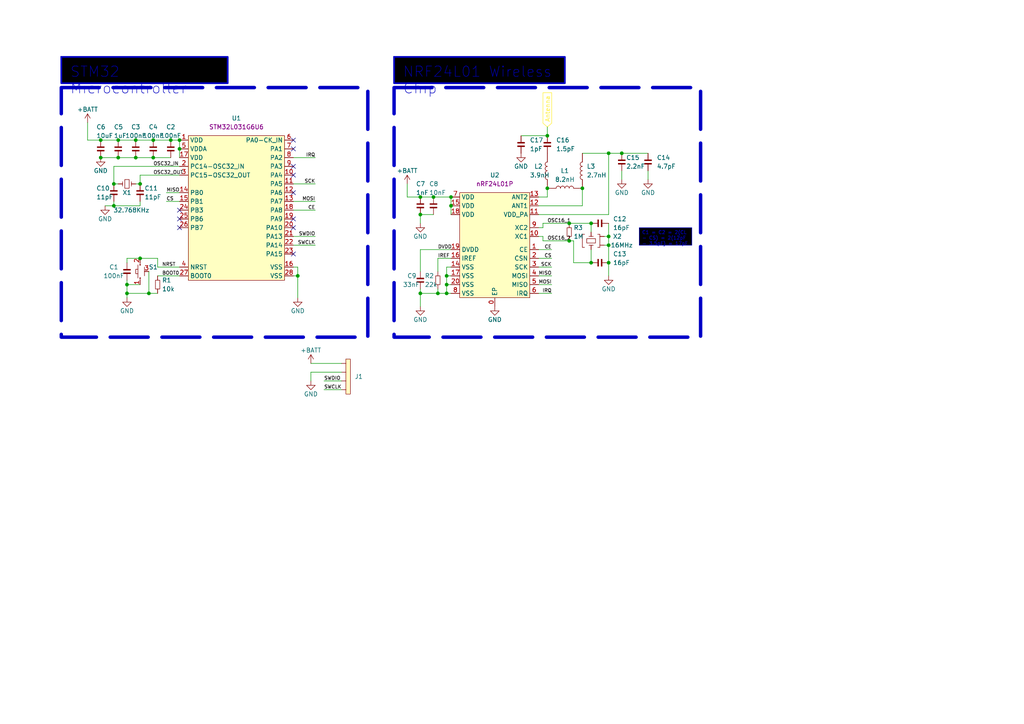
<source format=kicad_sch>
(kicad_sch (version 20230121) (generator eeschema)
  (paper "A4")
  (lib_symbols
    (symbol "Kylian:[Crystal]_16MHz" (pin_numbers hide) (pin_names hide)
      (property "Reference" "X" (at 0 7.62 0))
      (property "Value" "16MHz" (at 0 5.08 0))
      (symbol "[Crystal]_16MHz_0_1"
        (polyline (pts (xy 1.27 0) (xy 1.27 0.635) (xy 1.27 -0.635)))
        (polyline (pts (xy -1.905 1.905) (xy -1.905 2.54) (xy 1.905 2.54) (xy 1.905 1.905)))
        (polyline (pts (xy -1.27 0) (xy -1.27 -0.635) (xy -1.27 0.635) (xy -1.27 0)))
        (polyline (pts (xy -1.905 -1.905) (xy -1.905 -2.54) (xy 1.27 -2.54) (xy 1.905 -2.54) (xy 1.905 -1.905)))
        (polyline (pts (xy -0.635 0) (xy -0.635 1.27) (xy 0.635 1.27) (xy 0.635 -1.27) (xy -0.635 -1.27) (xy -0.635 0)))
      )
      (symbol "[Crystal]_16MHz_1_1"
        (pin passive line (at -2.54 0 0) (length 1.27) (name "1") (number "1"))
        (pin passive line (at -1.27 -3.81 90) (length 1.27) (name "2") (number "2"))
        (pin input line (at 2.54 0 180) (length 1.27) (name "3") (number "3"))
        (pin passive line (at 1.27 -3.81 90) (length 1.27) (name "GND") (number "4"))
      )
    )
    (symbol "Kylian:[Crystal]_32.768KHz" (pin_numbers hide) (pin_names (offset 0) hide)
      (property "Reference" "X" (at 1.905 3.175 0))
      (symbol "[Crystal]_32.768KHz_0_1"
        (polyline (pts (xy 1.27 0) (xy 1.27 0.635) (xy 1.27 -0.635)))
        (polyline (pts (xy -1.27 0) (xy -1.27 -0.635) (xy -1.27 0.635) (xy -1.27 0)))
        (polyline (pts (xy -0.635 0) (xy -0.635 1.27) (xy 0.635 1.27) (xy 0.635 -1.27) (xy -0.635 -1.27) (xy -0.635 0)))
      )
      (symbol "[Crystal]_32.768KHz_1_1"
        (pin passive line (at -2.54 0 0) (length 1.27) (name "1") (number "1"))
        (pin passive line (at 2.54 0 180) (length 1.27) (name "2") (number "2"))
      )
    )
    (symbol "Kylian:[Header]_4-Pos_1.27mm" (pin_numbers hide) (pin_names (offset 0) hide)
      (property "Reference" "J" (at -1.27 8.89 0))
      (symbol "[Header]_4-Pos_1.27mm_1_1"
        (rectangle (start -1.27 5.08) (end 0 -5.08) (fill (type background)))
        (pin passive line (at 1.27 3.81 180) (length 1.27) (name "1") (number "1"))
        (pin passive line (at 1.27 1.27 180) (length 1.27) (name "2") (number "2"))
        (pin passive line (at 1.27 -1.27 180) (length 1.27) (name "3") (number "3"))
        (pin passive line (at 1.27 -3.81 180) (length 1.27) (name "4") (number "4"))
      )
    )
    (symbol "Kylian:[MCU]_STM32L031G6U6"
      (property "Reference" "U" (at -12.7 5.08 0))
      (property "Part Number" "STM32L031G6U6" (at 0 13.97 0))
      (symbol "[MCU]_STM32L031G6U6_1_0"
        (pin input line (at 16.51 -7.62 180) (length 2.54) (name "PA4") (number "10"))
        (pin input line (at 16.51 -10.16 180) (length 2.54) (name "PA5") (number "11"))
        (pin input line (at 16.51 -12.7 180) (length 2.54) (name "PA6") (number "12"))
        (pin input line (at 16.51 -15.24 180) (length 2.54) (name "PA7") (number "13"))
        (pin input line (at -16.51 -12.7 0) (length 2.54) (name "PB0") (number "14"))
        (pin input line (at -16.51 -15.24 0) (length 2.54) (name "PB1") (number "15"))
        (pin input line (at 16.51 -34.29 180) (length 2.54) (name "VSS") (number "16"))
        (pin input line (at -16.51 -2.54 0) (length 2.54) (name "VDD") (number "17"))
        (pin input line (at 16.51 -17.78 180) (length 2.54) (name "PA8") (number "18"))
        (pin input line (at 16.51 -20.32 180) (length 2.54) (name "PA9") (number "19"))
        (pin input line (at -16.51 -5.08 0) (length 2.54) (name "PC14-OSC32_IN") (number "2"))
        (pin input line (at 16.51 -22.86 180) (length 2.54) (name "PA10") (number "20"))
        (pin input line (at 16.51 -25.4 180) (length 2.54) (name "PA13") (number "21"))
        (pin input line (at 16.51 -27.94 180) (length 2.54) (name "PA14") (number "22"))
        (pin input line (at 16.51 -30.48 180) (length 2.54) (name "PA15") (number "23"))
        (pin input line (at -16.51 -17.78 0) (length 2.54) (name "PB3") (number "24"))
        (pin input line (at -16.51 -20.32 0) (length 2.54) (name "PB6") (number "25"))
        (pin input line (at -16.51 -22.86 0) (length 2.54) (name "PB7") (number "26"))
        (pin input line (at -16.51 -36.83 0) (length 2.54) (name "BOOT0") (number "27"))
        (pin input line (at 16.51 -36.83 180) (length 2.54) (name "VSS") (number "28"))
        (pin input line (at -16.51 -7.62 0) (length 2.54) (name "PC15-OSC32_OUT") (number "3"))
        (pin input line (at -16.51 -34.29 0) (length 2.54) (name "NRST") (number "4"))
        (pin input line (at -16.51 0 0) (length 2.54) (name "VDDA") (number "5"))
        (pin input line (at 16.51 2.54 180) (length 2.54) (name "PA0-CK_IN") (number "6"))
        (pin input line (at 16.51 0 180) (length 2.54) (name "PA1") (number "7"))
        (pin input line (at 16.51 -2.54 180) (length 2.54) (name "PA2") (number "8"))
        (pin input line (at 16.51 -5.08 180) (length 2.54) (name "PA3") (number "9"))
      )
      (symbol "[MCU]_STM32L031G6U6_1_1"
        (rectangle (start -13.97 3.81) (end 13.97 -38.1) (fill (type background)))
        (pin input line (at -16.51 2.54 0) (length 2.54) (name "VDD") (number "1"))
      )
    )
    (symbol "Kylian:[SW] Tactile Switch Tiny" (pin_names (offset 0) hide)
      (property "Reference" "S" (at 0 3.81 0))
      (symbol "[SW] Tactile Switch Tiny_0_1"
        (polyline (pts (xy -1.905 1.27) (xy -2.54 1.27)))
        (polyline (pts (xy -1.27 0) (xy 1.27 0)))
        (polyline (pts (xy 2.54 1.27) (xy 1.905 1.27)))
      )
      (symbol "[SW] Tactile Switch Tiny_1_1"
        (circle (center -1.905 1.27) (radius 0.127))
        (polyline (pts (xy -1.905 1.905) (xy 1.905 1.905) (xy -0.635 1.905)))
        (polyline (pts (xy -0.635 1.905) (xy -0.635 2.54) (xy 0.635 2.54) (xy 0.635 1.905)))
        (circle (center 1.905 1.27) (radius 0.127))
        (pin passive line (at -3.81 1.27 0) (length 1.27) (name "1") (number "1"))
        (pin passive line (at 3.81 1.27 180) (length 1.27) (name "2") (number "2"))
        (pin input line (at 0 -1.27 90) (length 1.27) (name "GND") (number "3"))
      )
    )
    (symbol "Kylian:[Wireless]_nRF24L01P"
      (property "Reference" "U" (at -8.89 1.27 0))
      (property "Part Number" "nRF24L01P" (at -5.08 -33.02 0))
      (symbol "[Wireless]_nRF24L01P_0_0"
        (pin passive line (at 12.7 -16.51 180) (length 2.54) (name "CE") (number "1"))
        (pin passive line (at 12.7 -12.7 180) (length 2.54) (name "XC1") (number "10"))
        (pin passive line (at 12.7 -6.35 180) (length 2.54) (name "VDD_PA") (number "11"))
        (pin passive line (at 12.7 -3.81 180) (length 2.54) (name "ANT1") (number "12"))
        (pin passive line (at 12.7 -1.27 180) (length 2.54) (name "ANT2") (number "13"))
        (pin passive line (at -12.7 -21.59 0) (length 2.54) (name "VSS") (number "14"))
        (pin passive line (at -12.7 -3.81 0) (length 2.54) (name "VDD") (number "15"))
        (pin passive line (at -12.7 -19.05 0) (length 2.54) (name "IREF") (number "16"))
        (pin passive line (at -12.7 -24.13 0) (length 2.54) (name "VSS") (number "17"))
        (pin passive line (at -12.7 -6.35 0) (length 2.54) (name "VDD") (number "18"))
        (pin passive line (at -12.7 -16.51 0) (length 2.54) (name "DVDD") (number "19"))
        (pin passive line (at 12.7 -19.05 180) (length 2.54) (name "CSN") (number "2"))
        (pin passive line (at -12.7 -26.67 0) (length 2.54) (name "VSS") (number "20"))
        (pin passive line (at 12.7 -21.59 180) (length 2.54) (name "SCK") (number "3"))
        (pin passive line (at 12.7 -24.13 180) (length 2.54) (name "MOSI") (number "4"))
        (pin passive line (at 12.7 -26.67 180) (length 2.54) (name "MISO") (number "5"))
        (pin passive line (at 12.7 -29.21 180) (length 2.54) (name "IRQ") (number "6"))
        (pin passive line (at -12.7 -1.27 0) (length 2.54) (name "VDD") (number "7"))
        (pin passive line (at -12.7 -29.21 0) (length 2.54) (name "VSS") (number "8"))
        (pin passive line (at 12.7 -10.16 180) (length 2.54) (name "XC2") (number "9"))
      )
      (symbol "[Wireless]_nRF24L01P_1_1"
        (rectangle (start -10.16 0) (end 10.16 -30.48) (fill (type background)))
        (pin input line (at 0 -33.02 90) (length 2.54) (name "EP") (number "0"))
      )
    )
    (symbol "[0402] Kylian:[0402]_C_nF_1" (pin_numbers hide) (pin_names (offset 0) hide)
      (property "Reference" "C" (at -0.127 2.286 0))
      (property "Value" "1nF" (at -0.127 -2.54 0))
      (symbol "[0402]_C_nF_1_1_1"
        (polyline (pts (xy -0.635 0) (xy -0.635 1.016) (xy -0.381 1.016) (xy -0.381 -1.016) (xy -0.635 -1.016) (xy -0.635 0)) (fill (type outline)))
        (polyline (pts (xy 0.635 0) (xy 0.635 1.016) (xy 0.381 1.016) (xy 0.381 -1.016) (xy 0.635 -1.016) (xy 0.635 0)) (fill (type outline)))
        (pin passive line (at -2.54 0 0) (length 1.905) (name "1") (number "1"))
        (pin passive line (at 2.54 0 180) (length 1.905) (name "2") (number "2"))
      )
    )
    (symbol "[0402] Kylian:[0402]_C_nF_10" (pin_numbers hide) (pin_names (offset 0) hide)
      (property "Reference" "C" (at -0.127 2.286 0))
      (property "Value" "10nF" (at -0.127 -2.54 0))
      (symbol "[0402]_C_nF_10_1_1"
        (polyline (pts (xy -0.635 0) (xy -0.635 1.016) (xy -0.381 1.016) (xy -0.381 -1.016) (xy -0.635 -1.016) (xy -0.635 0)) (fill (type outline)))
        (polyline (pts (xy 0.635 0) (xy 0.635 1.016) (xy 0.381 1.016) (xy 0.381 -1.016) (xy 0.635 -1.016) (xy 0.635 0)) (fill (type outline)))
        (pin passive line (at -2.54 0 0) (length 1.905) (name "1") (number "1"))
        (pin passive line (at 2.54 0 180) (length 1.905) (name "2") (number "2"))
      )
    )
    (symbol "[0402] Kylian:[0402]_C_nF_100" (pin_numbers hide) (pin_names (offset 0) hide)
      (property "Reference" "C" (at -0.127 2.286 0))
      (property "Value" "100nF" (at -0.127 -2.54 0))
      (symbol "[0402]_C_nF_100_1_1"
        (polyline (pts (xy -0.635 0) (xy -0.635 1.016) (xy -0.381 1.016) (xy -0.381 -1.016) (xy -0.635 -1.016) (xy -0.635 0)) (fill (type outline)))
        (polyline (pts (xy 0.635 0) (xy 0.635 1.016) (xy 0.381 1.016) (xy 0.381 -1.016) (xy 0.635 -1.016) (xy 0.635 0)) (fill (type outline)))
        (pin passive line (at -2.54 0 0) (length 1.905) (name "1") (number "1"))
        (pin passive line (at 2.54 0 180) (length 1.905) (name "2") (number "2"))
      )
    )
    (symbol "[0402] Kylian:[0402]_C_nF_2.2" (pin_numbers hide) (pin_names (offset 0) hide)
      (property "Reference" "C" (at -0.127 2.286 0))
      (property "Value" "2.2nF" (at -0.127 -2.54 0))
      (symbol "[0402]_C_nF_2.2_1_1"
        (polyline (pts (xy -0.635 0) (xy -0.635 1.016) (xy -0.381 1.016) (xy -0.381 -1.016) (xy -0.635 -1.016) (xy -0.635 0)) (fill (type outline)))
        (polyline (pts (xy 0.635 0) (xy 0.635 1.016) (xy 0.381 1.016) (xy 0.381 -1.016) (xy 0.635 -1.016) (xy 0.635 0)) (fill (type outline)))
        (pin passive line (at -2.54 0 0) (length 1.905) (name "1") (number "1"))
        (pin passive line (at 2.54 0 180) (length 1.905) (name "2") (number "2"))
      )
    )
    (symbol "[0402] Kylian:[0402]_C_nF_33" (pin_numbers hide) (pin_names (offset 0) hide)
      (property "Reference" "C" (at -0.127 2.286 0))
      (property "Value" "33nF" (at -0.127 -2.54 0))
      (symbol "[0402]_C_nF_33_1_1"
        (polyline (pts (xy -0.635 0) (xy -0.635 1.016) (xy -0.381 1.016) (xy -0.381 -1.016) (xy -0.635 -1.016) (xy -0.635 0)) (fill (type outline)))
        (polyline (pts (xy 0.635 0) (xy 0.635 1.016) (xy 0.381 1.016) (xy 0.381 -1.016) (xy 0.635 -1.016) (xy 0.635 0)) (fill (type outline)))
        (pin passive line (at -2.54 0 0) (length 1.905) (name "1") (number "1"))
        (pin passive line (at 2.54 0 180) (length 1.905) (name "2") (number "2"))
      )
    )
    (symbol "[0402] Kylian:[0402]_C_pF_1" (pin_numbers hide) (pin_names (offset 0) hide)
      (property "Reference" "C" (at -0.127 2.286 0))
      (property "Value" "1pF" (at -0.127 -2.54 0))
      (symbol "[0402]_C_pF_1_1_1"
        (polyline (pts (xy -0.635 0) (xy -0.635 1.016) (xy -0.381 1.016) (xy -0.381 -1.016) (xy -0.635 -1.016) (xy -0.635 0)) (fill (type outline)))
        (polyline (pts (xy 0.635 0) (xy 0.635 1.016) (xy 0.381 1.016) (xy 0.381 -1.016) (xy 0.635 -1.016) (xy 0.635 0)) (fill (type outline)))
        (pin passive line (at -2.54 0 0) (length 1.905) (name "1") (number "1"))
        (pin passive line (at 2.54 0 180) (length 1.905) (name "2") (number "2"))
      )
    )
    (symbol "[0402] Kylian:[0402]_C_pF_1.5" (pin_numbers hide) (pin_names (offset 0) hide)
      (property "Reference" "C" (at -0.127 2.286 0))
      (property "Value" "1.5pF" (at -0.127 -2.54 0))
      (symbol "[0402]_C_pF_1.5_1_1"
        (polyline (pts (xy -0.635 0) (xy -0.635 1.016) (xy -0.381 1.016) (xy -0.381 -1.016) (xy -0.635 -1.016) (xy -0.635 0)) (fill (type outline)))
        (polyline (pts (xy 0.635 0) (xy 0.635 1.016) (xy 0.381 1.016) (xy 0.381 -1.016) (xy 0.635 -1.016) (xy 0.635 0)) (fill (type outline)))
        (pin passive line (at -2.54 0 0) (length 1.905) (name "1") (number "1"))
        (pin passive line (at 2.54 0 180) (length 1.905) (name "2") (number "2"))
      )
    )
    (symbol "[0402] Kylian:[0402]_C_pF_11" (pin_numbers hide) (pin_names (offset 0) hide)
      (property "Reference" "C" (at -0.127 2.286 0))
      (property "Value" "11pF" (at -0.127 -2.54 0))
      (symbol "[0402]_C_pF_11_1_1"
        (polyline (pts (xy -0.635 0) (xy -0.635 1.016) (xy -0.381 1.016) (xy -0.381 -1.016) (xy -0.635 -1.016) (xy -0.635 0)) (fill (type outline)))
        (polyline (pts (xy 0.635 0) (xy 0.635 1.016) (xy 0.381 1.016) (xy 0.381 -1.016) (xy 0.635 -1.016) (xy 0.635 0)) (fill (type outline)))
        (pin passive line (at -2.54 0 0) (length 1.905) (name "1") (number "1"))
        (pin passive line (at 2.54 0 180) (length 1.905) (name "2") (number "2"))
      )
    )
    (symbol "[0402] Kylian:[0402]_C_pF_16" (pin_numbers hide) (pin_names (offset 0) hide)
      (property "Reference" "C" (at -0.127 2.286 0))
      (property "Value" "16pF" (at -0.127 -2.54 0))
      (symbol "[0402]_C_pF_16_1_1"
        (polyline (pts (xy -0.635 0) (xy -0.635 1.016) (xy -0.381 1.016) (xy -0.381 -1.016) (xy -0.635 -1.016) (xy -0.635 0)) (fill (type outline)))
        (polyline (pts (xy 0.635 0) (xy 0.635 1.016) (xy 0.381 1.016) (xy 0.381 -1.016) (xy 0.635 -1.016) (xy 0.635 0)) (fill (type outline)))
        (pin passive line (at -2.54 0 0) (length 1.905) (name "1") (number "1"))
        (pin passive line (at 2.54 0 180) (length 1.905) (name "2") (number "2"))
      )
    )
    (symbol "[0402] Kylian:[0402]_C_pF_4.7" (pin_numbers hide) (pin_names (offset 0) hide)
      (property "Reference" "C" (at -0.127 2.286 0))
      (property "Value" "4.7pF" (at -0.127 -2.54 0))
      (symbol "[0402]_C_pF_4.7_1_1"
        (polyline (pts (xy -0.635 0) (xy -0.635 1.016) (xy -0.381 1.016) (xy -0.381 -1.016) (xy -0.635 -1.016) (xy -0.635 0)) (fill (type outline)))
        (polyline (pts (xy 0.635 0) (xy 0.635 1.016) (xy 0.381 1.016) (xy 0.381 -1.016) (xy 0.635 -1.016) (xy 0.635 0)) (fill (type outline)))
        (pin passive line (at -2.54 0 0) (length 1.905) (name "1") (number "1"))
        (pin passive line (at 2.54 0 180) (length 1.905) (name "2") (number "2"))
      )
    )
    (symbol "[0402] Kylian:[0402]_C_uF_1" (pin_numbers hide) (pin_names (offset 0) hide)
      (property "Reference" "C" (at -0.127 2.286 0))
      (property "Value" "1uF" (at -0.127 -2.54 0))
      (symbol "[0402]_C_uF_1_1_1"
        (polyline (pts (xy -0.635 0) (xy -0.635 1.016) (xy -0.381 1.016) (xy -0.381 -1.016) (xy -0.635 -1.016) (xy -0.635 0)) (fill (type outline)))
        (polyline (pts (xy 0.635 0) (xy 0.635 1.016) (xy 0.381 1.016) (xy 0.381 -1.016) (xy 0.635 -1.016) (xy 0.635 0)) (fill (type outline)))
        (pin passive line (at -2.54 0 0) (length 1.905) (name "1") (number "1"))
        (pin passive line (at 2.54 0 180) (length 1.905) (name "2") (number "2"))
      )
    )
    (symbol "[0402] Kylian:[0402]_L_nH_2.7" (pin_numbers hide) (pin_names hide)
      (property "Reference" "L" (at -1.905 1.905 0))
      (property "Value" "2.7nH" (at 1.27 1.905 0))
      (symbol "[0402]_L_nH_2.7_0_1"
        (arc (start -1.905 0.635) (mid -2.354 0.449) (end -2.54 0))
        (arc (start -1.27 0) (mid -1.456 0.449) (end -1.905 0.635))
        (arc (start -0.635 0.635) (mid -1.084 0.449) (end -1.27 0))
        (arc (start 0 0) (mid -0.186 0.449) (end -0.635 0.635))
        (arc (start 0.635 0.635) (mid 0.186 0.449) (end 0 0))
        (arc (start 1.27 0) (mid 1.084 0.449) (end 0.635 0.635))
        (arc (start 1.905 0.635) (mid 1.456 0.449) (end 1.27 0))
        (arc (start 2.54 0) (mid 2.354 0.449) (end 1.905 0.635))
      )
      (symbol "[0402]_L_nH_2.7_1_0"
        (pin passive line (at -5.08 0 0) (length 2.54) (name "1") (number "1"))
        (pin passive line (at 5.08 0 180) (length 2.54) (name "2") (number "2"))
      )
    )
    (symbol "[0402] Kylian:[0402]_L_nH_3.9" (pin_numbers hide) (pin_names hide)
      (property "Reference" "L" (at -1.905 1.905 0))
      (property "Value" "3.9nH" (at 1.27 1.905 0))
      (symbol "[0402]_L_nH_3.9_0_1"
        (arc (start -1.905 0.635) (mid -2.354 0.449) (end -2.54 0))
        (arc (start -1.27 0) (mid -1.456 0.449) (end -1.905 0.635))
        (arc (start -0.635 0.635) (mid -1.084 0.449) (end -1.27 0))
        (arc (start 0 0) (mid -0.186 0.449) (end -0.635 0.635))
        (arc (start 0.635 0.635) (mid 0.186 0.449) (end 0 0))
        (arc (start 1.27 0) (mid 1.084 0.449) (end 0.635 0.635))
        (arc (start 1.905 0.635) (mid 1.456 0.449) (end 1.27 0))
        (arc (start 2.54 0) (mid 2.354 0.449) (end 1.905 0.635))
      )
      (symbol "[0402]_L_nH_3.9_1_0"
        (pin passive line (at -5.08 0 0) (length 2.54) (name "1") (number "1"))
        (pin passive line (at 5.08 0 180) (length 2.54) (name "2") (number "2"))
      )
    )
    (symbol "[0402] Kylian:[0402]_L_nH_8.2" (pin_numbers hide) (pin_names hide)
      (property "Reference" "L" (at -1.905 1.905 0))
      (property "Value" "8.2nH" (at 1.27 1.905 0))
      (symbol "[0402]_L_nH_8.2_0_1"
        (arc (start -1.905 0.635) (mid -2.354 0.449) (end -2.54 0))
        (arc (start -1.27 0) (mid -1.456 0.449) (end -1.905 0.635))
        (arc (start -0.635 0.635) (mid -1.084 0.449) (end -1.27 0))
        (arc (start 0 0) (mid -0.186 0.449) (end -0.635 0.635))
        (arc (start 0.635 0.635) (mid 0.186 0.449) (end 0 0))
        (arc (start 1.27 0) (mid 1.084 0.449) (end 0.635 0.635))
        (arc (start 1.905 0.635) (mid 1.456 0.449) (end 1.27 0))
        (arc (start 2.54 0) (mid 2.354 0.449) (end 1.905 0.635))
      )
      (symbol "[0402]_L_nH_8.2_1_0"
        (pin passive line (at -5.08 0 0) (length 2.54) (name "1") (number "1"))
        (pin passive line (at 5.08 0 180) (length 2.54) (name "2") (number "2"))
      )
    )
    (symbol "[0402] Kylian:[0402]_R_10k" (pin_numbers hide) (pin_names (offset 0) hide)
      (property "Reference" "R" (at 0 -0.635 0))
      (property "Value" "10k" (at 0 -4.445 0))
      (symbol "[0402]_R_10k_0_1"
        (polyline (pts (xy -1.27 -2.54) (xy -1.27 -1.905) (xy 1.27 -1.905) (xy 1.27 -3.175) (xy -1.27 -3.175) (xy -1.27 -2.54)))
      )
      (symbol "[0402]_R_10k_1_1"
        (pin passive line (at -2.54 -2.54 0) (length 1.27) (name "1") (number "1"))
        (pin passive line (at 2.54 -2.54 180) (length 1.27) (name "2") (number "2"))
      )
    )
    (symbol "[0402] Kylian:[0402]_R_1M" (pin_numbers hide) (pin_names (offset 0) hide)
      (property "Reference" "R" (at 0 -0.635 0))
      (property "Value" "1M" (at 0 -4.445 0))
      (symbol "[0402]_R_1M_0_1"
        (polyline (pts (xy -1.27 -2.54) (xy -1.27 -1.905) (xy 1.27 -1.905) (xy 1.27 -3.175) (xy -1.27 -3.175) (xy -1.27 -2.54)))
      )
      (symbol "[0402]_R_1M_1_1"
        (pin passive line (at -2.54 -2.54 0) (length 1.27) (name "1") (number "1"))
        (pin passive line (at 2.54 -2.54 180) (length 1.27) (name "2") (number "2"))
      )
    )
    (symbol "[0402] Kylian:[0402]_R_22k" (pin_numbers hide) (pin_names (offset 0) hide)
      (property "Reference" "R" (at 0 -0.635 0))
      (property "Value" "22k" (at 0 -4.445 0))
      (symbol "[0402]_R_22k_0_1"
        (polyline (pts (xy -1.27 -2.54) (xy -1.27 -1.905) (xy 1.27 -1.905) (xy 1.27 -3.175) (xy -1.27 -3.175) (xy -1.27 -2.54)))
      )
      (symbol "[0402]_R_22k_1_1"
        (pin passive line (at -2.54 -2.54 0) (length 1.27) (name "1") (number "1"))
        (pin passive line (at 2.54 -2.54 180) (length 1.27) (name "2") (number "2"))
      )
    )
    (symbol "[0603] Kylian:[0603]_C_uF_10" (pin_numbers hide) (pin_names (offset 0) hide)
      (property "Reference" "C" (at -0.127 2.286 0))
      (property "Value" "10uF" (at -0.127 -2.54 0))
      (symbol "[0603]_C_uF_10_1_1"
        (polyline (pts (xy -0.635 0) (xy -0.635 1.016) (xy -0.381 1.016) (xy -0.381 -1.016) (xy -0.635 -1.016) (xy -0.635 0)) (fill (type outline)))
        (polyline (pts (xy 0.635 0) (xy 0.635 1.016) (xy 0.381 1.016) (xy 0.381 -1.016) (xy 0.635 -1.016) (xy 0.635 0)) (fill (type outline)))
        (pin passive line (at -2.54 0 0) (length 1.905) (name "1") (number "1"))
        (pin passive line (at 2.54 0 180) (length 1.905) (name "2") (number "2"))
      )
    )
    (symbol "power:+BATT" (power) (pin_names (offset 0))
      (property "Value" "+BATT" (at 0 3.556 0))
      (symbol "+BATT_0_1"
        (polyline (pts (xy -0.762 1.27) (xy 0 2.54)))
        (polyline (pts (xy 0 0) (xy 0 2.54)))
        (polyline (pts (xy 0 2.54) (xy 0.762 1.27)))
      )
      (symbol "+BATT_1_1"
        (pin power_in line (at 0 0 90) (length 0) hide (name "+BATT") (number "1"))
      )
    )
    (symbol "power:GND" (power) (pin_names (offset 0))
      (property "Value" "GND" (at 0 -3.81 0))
      (symbol "GND_0_1"
        (polyline (pts (xy 0 0) (xy 0 -1.27) (xy 1.27 -1.27) (xy 0 -2.54) (xy -1.27 -1.27) (xy 0 -1.27)))
      )
      (symbol "GND_1_1"
        (pin power_in line (at 0 0 270) (length 0) hide (name "GND") (number "1"))
      )
    )
  )
  (junction (at 36.83 82.55))
  (junction (at 40.64 74.93))
  (junction (at 129.54 80.01))
  (junction (at 130.81 59.69))
  (junction (at 33.02 59.69))
  (junction (at 44.45 45.72))
  (junction (at 158.75 54.61))
  (junction (at 34.29 45.72))
  (junction (at 121.92 57.15))
  (junction (at 121.92 62.23))
  (junction (at 36.83 85.09))
  (junction (at 176.53 76.2))
  (junction (at 165.1 64.77))
  (junction (at 129.54 82.55))
  (junction (at 34.29 40.64))
  (junction (at 52.07 40.64))
  (junction (at 180.34 44.45))
  (junction (at 33.02 53.34))
  (junction (at 158.75 39.37))
  (junction (at 176.53 44.45))
  (junction (at 168.91 54.61))
  (junction (at 130.81 57.15))
  (junction (at 29.21 40.64))
  (junction (at 39.37 45.72))
  (junction (at 171.45 76.2))
  (junction (at 86.36 80.01))
  (junction (at 29.21 45.72))
  (junction (at 125.73 57.15))
  (junction (at 39.37 40.64))
  (junction (at 165.1 69.85))
  (junction (at 176.53 71.12))
  (junction (at 44.45 40.64))
  (junction (at 52.07 43.18))
  (junction (at 127 85.09))
  (junction (at 40.64 53.34))
  (junction (at 43.18 85.09))
  (junction (at 129.54 85.09))
  (junction (at 49.53 40.64))
  (junction (at 171.45 64.77))
  (junction (at 121.92 85.09))
  (junction (at 176.53 68.58))
  (no_connect (at 52.07 66.04))
  (no_connect (at 85.09 40.64))
  (no_connect (at 52.07 60.96))
  (no_connect (at 85.09 66.04))
  (no_connect (at 52.07 63.5))
  (no_connect (at 85.09 73.66))
  (no_connect (at 85.09 48.26))
  (no_connect (at 85.09 43.18))
  (no_connect (at 85.09 50.8))
  (no_connect (at 85.09 63.5))
  (no_connect (at 85.09 55.88))
  (wire (pts (xy 129.54 82.55) (xy 129.54 80.01)))
  (wire (pts (xy 25.4 40.64) (xy 25.4 35.56)))
  (wire (pts (xy 121.92 72.39) (xy 130.81 72.39)))
  (wire (pts (xy 36.83 85.09) (xy 43.18 85.09)))
  (wire (pts (xy 29.21 45.72) (xy 34.29 45.72)))
  (wire (pts (xy 121.92 83.82) (xy 121.92 85.09)))
  (wire (pts (xy 157.48 68.58) (xy 156.21 68.58)))
  (wire (pts (xy 171.45 72.39) (xy 171.45 76.2)))
  (wire (pts (xy 176.53 62.23) (xy 156.21 62.23)))
  (wire (pts (xy 36.83 82.55) (xy 40.64 82.55)))
  (wire (pts (xy 36.83 81.28) (xy 36.83 82.55)))
  (wire (pts (xy 156.21 57.15) (xy 158.75 57.15)))
  (wire (pts (xy 43.18 85.09) (xy 45.72 85.09)))
  (wire (pts (xy 39.37 40.64) (xy 44.45 40.64)))
  (wire (pts (xy 158.75 36.83) (xy 158.75 39.37)))
  (wire (pts (xy 176.53 80.01) (xy 176.53 76.2)))
  (wire (pts (xy 86.36 86.36) (xy 86.36 80.01)))
  (wire (pts (xy 166.37 69.85) (xy 165.1 69.85)))
  (wire (pts (xy 166.37 76.2) (xy 166.37 69.85)))
  (wire (pts (xy 156.21 85.09) (xy 160.02 85.09)))
  (wire (pts (xy 156.21 82.55) (xy 160.02 82.55)))
  (wire (pts (xy 121.92 57.15) (xy 125.73 57.15)))
  (wire (pts (xy 29.21 40.64) (xy 25.4 40.64)))
  (wire (pts (xy 93.98 110.49) (xy 99.06 110.49)))
  (wire (pts (xy 129.54 77.47) (xy 130.81 77.47)))
  (wire (pts (xy 156.21 77.47) (xy 160.02 77.47)))
  (wire (pts (xy 129.54 85.09) (xy 129.54 82.55)))
  (wire (pts (xy 176.53 44.45) (xy 176.53 62.23)))
  (wire (pts (xy 129.54 80.01) (xy 130.81 80.01)))
  (wire (pts (xy 33.02 58.42) (xy 33.02 59.69)))
  (wire (pts (xy 90.17 107.95) (xy 90.17 110.49)))
  (wire (pts (xy 171.45 76.2) (xy 166.37 76.2)))
  (wire (pts (xy 36.83 82.55) (xy 36.83 85.09)))
  (wire (pts (xy 44.45 40.64) (xy 49.53 40.64)))
  (wire (pts (xy 156.21 66.04) (xy 157.48 66.04)))
  (wire (pts (xy 48.26 58.42) (xy 52.07 58.42)))
  (wire (pts (xy 176.53 71.12) (xy 176.53 76.2)))
  (wire (pts (xy 86.36 80.01) (xy 86.36 77.47)))
  (wire (pts (xy 157.48 64.77) (xy 165.1 64.77)))
  (wire (pts (xy 33.02 48.26) (xy 52.07 48.26)))
  (wire (pts (xy 90.17 105.41) (xy 99.06 105.41)))
  (wire (pts (xy 29.21 40.64) (xy 34.29 40.64)))
  (wire (pts (xy 39.37 45.72) (xy 44.45 45.72)))
  (wire (pts (xy 33.02 53.34) (xy 34.29 53.34)))
  (wire (pts (xy 156.21 74.93) (xy 160.02 74.93)))
  (wire (pts (xy 129.54 80.01) (xy 129.54 77.47)))
  (wire (pts (xy 93.98 113.03) (xy 99.06 113.03)))
  (wire (pts (xy 85.09 80.01) (xy 86.36 80.01)))
  (wire (pts (xy 165.1 64.77) (xy 171.45 64.77)))
  (wire (pts (xy 175.26 68.58) (xy 176.53 68.58)))
  (wire (pts (xy 40.64 53.34) (xy 40.64 50.8)))
  (wire (pts (xy 36.83 85.09) (xy 36.83 86.36)))
  (wire (pts (xy 180.34 49.53) (xy 180.34 52.07)))
  (wire (pts (xy 125.73 57.15) (xy 130.81 57.15)))
  (wire (pts (xy 157.48 69.85) (xy 157.48 68.58)))
  (wire (pts (xy 156.21 72.39) (xy 160.02 72.39)))
  (wire (pts (xy 85.09 77.47) (xy 86.36 77.47)))
  (wire (pts (xy 130.81 74.93) (xy 127 74.93)))
  (wire (pts (xy 36.83 76.2) (xy 36.83 74.93)))
  (wire (pts (xy 48.26 55.88) (xy 52.07 55.88)))
  (wire (pts (xy 40.64 50.8) (xy 52.07 50.8)))
  (wire (pts (xy 176.53 64.77) (xy 176.53 68.58)))
  (wire (pts (xy 52.07 43.18) (xy 52.07 45.72)))
  (wire (pts (xy 44.45 45.72) (xy 49.53 45.72)))
  (wire (pts (xy 157.48 64.77) (xy 157.48 66.04)))
  (wire (pts (xy 40.64 74.93) (xy 45.72 74.93)))
  (wire (pts (xy 175.26 71.12) (xy 176.53 71.12)))
  (wire (pts (xy 121.92 72.39) (xy 121.92 78.74)))
  (wire (pts (xy 121.92 62.23) (xy 125.73 62.23)))
  (wire (pts (xy 130.81 59.69) (xy 130.81 62.23)))
  (wire (pts (xy 85.09 45.72) (xy 91.44 45.72)))
  (wire (pts (xy 85.09 71.12) (xy 91.44 71.12)))
  (wire (pts (xy 121.92 88.9) (xy 121.92 85.09)))
  (wire (pts (xy 127 83.82) (xy 127 85.09)))
  (wire (pts (xy 121.92 62.23) (xy 121.92 64.77)))
  (wire (pts (xy 130.81 57.15) (xy 130.81 59.69)))
  (wire (pts (xy 127 85.09) (xy 129.54 85.09)))
  (wire (pts (xy 118.11 57.15) (xy 121.92 57.15)))
  (wire (pts (xy 34.29 40.64) (xy 39.37 40.64)))
  (wire (pts (xy 176.53 68.58) (xy 176.53 71.12)))
  (wire (pts (xy 180.34 44.45) (xy 187.96 44.45)))
  (wire (pts (xy 43.18 78.74) (xy 43.18 85.09)))
  (wire (pts (xy 85.09 60.96) (xy 91.44 60.96)))
  (wire (pts (xy 156.21 59.69) (xy 168.91 59.69)))
  (wire (pts (xy 45.72 77.47) (xy 52.07 77.47)))
  (wire (pts (xy 118.11 53.34) (xy 118.11 57.15)))
  (wire (pts (xy 129.54 85.09) (xy 130.81 85.09)))
  (wire (pts (xy 33.02 53.34) (xy 33.02 48.26)))
  (wire (pts (xy 176.53 44.45) (xy 180.34 44.45)))
  (wire (pts (xy 45.72 80.01) (xy 52.07 80.01)))
  (wire (pts (xy 85.09 58.42) (xy 91.44 58.42)))
  (wire (pts (xy 158.75 57.15) (xy 158.75 54.61)))
  (wire (pts (xy 168.91 44.45) (xy 176.53 44.45)))
  (wire (pts (xy 34.29 45.72) (xy 39.37 45.72)))
  (wire (pts (xy 129.54 82.55) (xy 130.81 82.55)))
  (wire (pts (xy 121.92 85.09) (xy 127 85.09)))
  (wire (pts (xy 49.53 40.64) (xy 52.07 40.64)))
  (wire (pts (xy 45.72 74.93) (xy 45.72 77.47)))
  (wire (pts (xy 99.06 107.95) (xy 90.17 107.95)))
  (wire (pts (xy 36.83 74.93) (xy 40.64 74.93)))
  (wire (pts (xy 85.09 53.34) (xy 91.44 53.34)))
  (wire (pts (xy 85.09 68.58) (xy 91.44 68.58)))
  (wire (pts (xy 157.48 69.85) (xy 165.1 69.85)))
  (wire (pts (xy 52.07 40.64) (xy 52.07 43.18)))
  (wire (pts (xy 151.13 39.37) (xy 158.75 39.37)))
  (wire (pts (xy 40.64 58.42) (xy 40.64 59.69)))
  (wire (pts (xy 30.48 59.69) (xy 33.02 59.69)))
  (wire (pts (xy 127 74.93) (xy 127 78.74)))
  (wire (pts (xy 156.21 80.01) (xy 160.02 80.01)))
  (wire (pts (xy 168.91 59.69) (xy 168.91 54.61)))
  (wire (pts (xy 187.96 49.53) (xy 187.96 52.07)))
  (wire (pts (xy 39.37 53.34) (xy 40.64 53.34)))
  (wire (pts (xy 33.02 59.69) (xy 40.64 59.69)))
  (wire (pts (xy 171.45 67.31) (xy 171.45 64.77)))
  (rectangle (start 17.78 25.4) (end 106.68 97.79) (stroke (width 1) (type dash)))
  (rectangle (start 114.3 25.4) (end 203.2 97.79) (stroke (width 1) (type dash)))
  (text_box "NRF24L01 Wireless Chip" (at 114.3 16.51 0) (size 49.53 7.62) (stroke (width 0.5)) (fill (type color) (color 0 0 0 1)) (effects (font (size 3 3)) (justify left top)))
  (text_box "C1 = C2 = 2(CL - CS) = 2(12pF - 3.5pF) = 17pF\n" (at 185.42 66.04 0) (size 15.24 5.08) (fill (type color) (color 0 0 0 1)) (effects (font (size 1 1)) (justify left top)))
  (text_box "STM32 Microcontroller" (at 17.78 16.51 0) (size 48.26 7.62) (stroke (width 0.5)) (fill (type color) (color 0 0 0 1)) (effects (font (size 3 3)) (justify left top)))
  (label "DVDD" (at 127 72.39 0) (effects (font (size 1 1))))
  (label "IREF" (at 127 74.93 0) (effects (font (size 1 1))))
  (label "SWCLK" (at 91.44 71.12 180) (effects (font (size 1 1))))
  (label "MOSI" (at 91.44 58.42 180) (effects (font (size 1 1))))
  (label "MOSI" (at 160.02 82.55 180) (effects (font (size 1 1))))
  (label "MISO" (at 48.26 55.88 0) (effects (font (size 1 1))))
  (label "CS" (at 160.02 74.93 180) (effects (font (size 1 1))))
  (label "SWDIO" (at 93.98 110.49 0) (effects (font (size 1 1))))
  (label "SWDIO" (at 91.44 68.58 180) (effects (font (size 1 1))))
  (label "NRST" (at 46.99 77.47 0) (effects (font (size 1 1))))
  (label "SCK" (at 160.02 77.47 180) (effects (font (size 1 1))))
  (label "OSC32_IN" (at 44.45 48.26 0) (effects (font (size 1 1))))
  (label "IRQ" (at 160.02 85.09 180) (effects (font (size 1 1))))
  (label "SCK" (at 91.44 53.34 180) (effects (font (size 1 1))))
  (label "CE" (at 91.44 60.96 180) (effects (font (size 1 1))))
  (label "SWCLK" (at 93.98 113.03 0) (effects (font (size 1 1))))
  (label "MISO" (at 160.02 80.01 180) (effects (font (size 1 1))))
  (label "OSC16_2" (at 158.75 69.85 0) (effects (font (size 1 1))))
  (label "OSC16_1" (at 158.75 64.77 0) (effects (font (size 1 1))))
  (label "OSC32_OUT" (at 44.45 50.8 0) (effects (font (size 1 1))))
  (label "CE" (at 160.02 72.39 180) (effects (font (size 1 1))))
  (label "IRQ" (at 91.44 45.72 180) (effects (font (size 1 1))))
  (label "BOOT0" (at 46.99 80.01 0) (effects (font (size 1 1))))
  (label "CS" (at 48.26 58.42 0) (effects (font (size 1 1))))
  (global_label "Antenna" (shape input) (at 158.75 36.83 90) (property "Intersheetrefs" "${INTERSHEET_REFS}" (effects hide)))
  (symbol (lib_id "power:GND") (at 180.34 52.07 0) (unit 1)
    (property "Reference" "#PWR011" (effects hide))
    (property "Value" "GND" (at 180.34 55.88 0))
  )
  (symbol (lib_id "Kylian:[Wireless]_nRF24L01P") (at 143.51 55.88 0) (unit 1)
    (property "Reference" "U2" (at 143.51 50.8 0))
    (property "Footprint" "Kylian:[QFN20]" (effects hide))
    (property "Manufacturer" "Nordic Semiconductor" (effects hide))
    (property "Part Number" "nRF24L01P" (at 143.51 53.34 0))
    (property "Package" "QFN20" (effects hide))
  )
  (symbol (lib_id "[0402] Kylian:[0402]_C_pF_1") (at 151.13 41.91 90) (unit 1)
    (property "Reference" "C17" (at 153.67 40.64 90) (effects (justify right)))
    (property "Value" "1pF" (at 153.67 43.18 90) (effects (justify right)))
    (property "Footprint" "Kylian:[0402] Capacitor" (effects hide))
    (property "Manufacturer" "KEMET" (effects hide))
    (property "Part Number" "CBR04C109B5GACAUTO" (effects hide))
    (property "Voltage" "50V" (effects hide))
    (property "Tolerance" "0.1pF" (effects hide))
    (property "Type" "C0G" (effects hide))
    (property "Package" "0402" (effects hide))
  )
  (symbol (lib_id "Kylian:[Header]_4-Pos_1.27mm") (at 100.33 109.22 180) (unit 1)
    (property "Reference" "J1" (at 102.87 109.22 0) (effects (justify right)))
    (property "Value" "[Header]_4-Pos_1.27mm" (effects hide))
    (property "Footprint" "Kylian:[Header] 1.27mm 4-Position" (effects hide))
    (property "Manufacturer" "Does not apply" (effects hide))
    (property "Part Number" "Does not apply" (effects hide))
  )
  (symbol (lib_id "[0402] Kylian:[0402]_C_pF_1.5") (at 158.75 41.91 90) (unit 1)
    (property "Reference" "C16" (at 161.29 40.64 90) (effects (justify right)))
    (property "Value" "1.5pF" (at 161.29 43.18 90) (effects (justify right)))
    (property "Footprint" "Kylian:[0402] Capacitor" (effects hide))
    (property "Manufacturer" "KEMET" (effects hide))
    (property "Part Number" "CBR04C159B5GACAUTO" (effects hide))
    (property "Voltage" "50V" (effects hide))
    (property "Tolerance" "0.1pF" (effects hide))
    (property "Type" "C0G" (effects hide))
    (property "Package" "0402" (effects hide))
  )
  (symbol (lib_id "power:GND") (at 86.36 86.36 0) (unit 1)
    (property "Reference" "#PWR01" (effects hide))
    (property "Value" "GND" (at 86.36 90.17 0))
  )
  (symbol (lib_id "[0402] Kylian:[0402]_L_nH_3.9") (at 158.75 49.53 90) (unit 1)
    (property "Reference" "L2" (at 154.94 48.26 90) (effects (justify right)))
    (property "Value" "3.9nH" (at 153.67 50.8 90) (effects (justify right)))
    (property "Footprint" "Kylian:[0402] Inductor" (effects hide))
    (property "Manufacturer" "Murata Electronics" (effects hide))
    (property "Part Number" "LQW15AN3N9C00D" (effects hide))
  )
  (symbol (lib_id "[0402] Kylian:[0402]_L_nH_2.7") (at 168.91 49.53 90) (unit 1)
    (property "Reference" "L3" (at 170.18 48.26 90) (effects (justify right)))
    (property "Value" "2.7nH" (at 170.18 50.8 90) (effects (justify right)))
    (property "Footprint" "Kylian:[0402] Inductor" (effects hide))
    (property "Manufacturer" "Murata Electronics" (effects hide))
    (property "Part Number" "LQW15AN2N7C00D" (effects hide))
  )
  (symbol (lib_id "[0402] Kylian:[0402]_C_nF_1") (at 121.92 59.69 90) (unit 1)
    (property "Reference" "C7" (at 120.65 53.34 90) (effects (justify right)))
    (property "Value" "1nF" (at 120.65 55.88 90) (effects (justify right)))
    (property "Footprint" "Kylian:[0402] Capacitor" (effects hide))
    (property "Manufacturer" "KEMET" (effects hide))
    (property "Part Number" "C0402C102M4REC7411" (effects hide))
    (property "Voltage" "16V" (effects hide))
    (property "Tolerance" "20%" (effects hide))
    (property "Type" "X7R" (effects hide))
    (property "Package" "0402" (effects hide))
  )
  (symbol (lib_id "[0402] Kylian:[0402]_C_pF_11") (at 40.64 55.88 90) (unit 1)
    (property "Reference" "C11" (at 41.91 54.61 90) (effects (justify right)))
    (property "Value" "11pF" (at 41.91 57.15 90) (effects (justify right)))
    (property "Footprint" "Kylian:[0402] Capacitor" (effects hide))
    (property "Manufacturer" "KEMET" (effects hide))
    (property "Part Number" "C0402C110K5HACTU" (effects hide))
    (property "Voltage" "50V" (effects hide))
    (property "Tolerance" "10%" (effects hide))
    (property "Type" "X7R" (effects hide))
    (property "Package" "0402" (effects hide))
  )
  (symbol (lib_id "power:GND") (at 29.21 45.72 0) (unit 1)
    (property "Reference" "#PWR03" (effects hide))
    (property "Value" "GND" (at 29.21 49.53 0))
  )
  (symbol (lib_id "[0402] Kylian:[0402]_C_pF_16") (at 173.99 76.2 180) (unit 1)
    (property "Reference" "C13" (at 177.8 73.66 0) (effects (justify right)))
    (property "Value" "16pF" (at 177.8 76.2 0) (effects (justify right)))
    (property "Footprint" "Kylian:[0402] Capacitor" (effects hide))
    (property "Manufacturer" "KEMET" (effects hide))
    (property "Part Number" "C0402C160G5GACTU" (effects hide))
    (property "Voltage" "50V" (effects hide))
    (property "Tolerance" "2%" (effects hide))
    (property "Type" "C0G" (effects hide))
    (property "Package" "0402" (effects hide))
  )
  (symbol (lib_id "power:+BATT") (at 25.4 35.56 0) (unit 1)
    (property "Reference" "#PWR04" (effects hide))
    (property "Value" "+BATT" (at 25.4 31.75 0))
  )
  (symbol (lib_id "[0603] Kylian:[0603]_C_uF_10") (at 29.21 43.18 90) (unit 1)
    (property "Reference" "C6" (at 27.94 36.83 90) (effects (justify right)))
    (property "Value" "10uF" (at 27.94 39.37 90) (effects (justify right)))
    (property "Footprint" "Kylian:[0603] Capacitor" (effects hide))
    (property "Manufacturer" "Murata Electronics" (effects hide))
    (property "Part Number" "GRT188R61C106KE13D" (effects hide))
    (property "Voltage" "16VDC" (effects hide))
    (property "Tolerance" "10%" (effects hide))
    (property "Type" "X5R" (effects hide))
    (property "Package" "0603" (effects hide))
  )
  (symbol (lib_id "[0402] Kylian:[0402]_C_pF_16") (at 173.99 64.77 180) (unit 1)
    (property "Reference" "C12" (at 177.8 63.5 0) (effects (justify right)))
    (property "Value" "16pF" (at 177.8 66.04 0) (effects (justify right)))
    (property "Footprint" "Kylian:[0402] Capacitor" (effects hide))
    (property "Manufacturer" "KEMET" (effects hide))
    (property "Part Number" "C0402C160G5GACTU" (effects hide))
    (property "Voltage" "50V" (effects hide))
    (property "Tolerance" "2%" (effects hide))
    (property "Type" "C0G" (effects hide))
    (property "Package" "0402" (effects hide))
  )
  (symbol (lib_id "power:GND") (at 90.17 110.49 0) (unit 1)
    (property "Reference" "#PWR014" (effects hide))
    (property "Value" "GND" (at 90.17 114.3 0))
  )
  (symbol (lib_id "power:GND") (at 187.96 52.07 0) (unit 1)
    (property "Reference" "#PWR010" (effects hide))
    (property "Value" "GND" (at 187.96 55.88 0))
  )
  (symbol (lib_id "[0402] Kylian:[0402]_C_nF_100") (at 39.37 43.18 90) (unit 1)
    (property "Reference" "C3" (at 39.37 36.83 90))
    (property "Value" "100nF" (at 39.37 39.37 90))
    (property "Footprint" "Kylian:[0402] Capacitor" (effects hide))
    (property "Manufacturer" "KEMET" (effects hide))
    (property "Part Number" "C0402C103K4RACAUTO7411" (effects hide))
    (property "Voltage" "16V" (effects hide))
    (property "Tolerance" "10%" (effects hide))
    (property "Type" "X7R" (effects hide))
    (property "Package" "0402" (effects hide))
  )
  (symbol (lib_id "power:+BATT") (at 90.17 105.41 0) (unit 1)
    (property "Reference" "#PWR015" (effects hide))
    (property "Value" "+BATT" (at 90.17 101.6 0))
  )
  (symbol (lib_id "[0402] Kylian:[0402]_C_uF_1") (at 34.29 43.18 90) (unit 1)
    (property "Reference" "C5" (at 33.02 36.83 90) (effects (justify right)))
    (property "Value" "1uF" (at 33.02 39.37 90) (effects (justify right)))
    (property "Footprint" "Kylian:[0402] Capacitor" (effects hide))
    (property "Manufacturer" "Murata Electronics" (effects hide))
    (property "Part Number" "GRM155Z71A105KE01J" (effects hide))
    (property "Voltage" "10VDC" (effects hide))
    (property "Tolerance" "10%" (effects hide))
    (property "Type" "X7R" (effects hide))
    (property "Package" "0402" (effects hide))
  )
  (symbol (lib_id "power:GND") (at 121.92 88.9 0) (unit 1)
    (property "Reference" "#PWR05" (effects hide))
    (property "Value" "GND" (at 121.92 92.71 0))
  )
  (symbol (lib_id "[0402] Kylian:[0402]_C_nF_100") (at 36.83 78.74 90) (unit 1)
    (property "Reference" "C1" (at 33.02 77.47 90))
    (property "Value" "100nF" (at 33.02 80.01 90))
    (property "Footprint" "Kylian:[0402] Capacitor" (effects hide))
    (property "Manufacturer" "KEMET" (effects hide))
    (property "Part Number" "C0402C103K4RACAUTO7411" (effects hide))
    (property "Voltage" "16V" (effects hide))
    (property "Tolerance" "10%" (effects hide))
    (property "Type" "X7R" (effects hide))
    (property "Package" "0402" (effects hide))
  )
  (symbol (lib_id "Kylian:[Crystal]_32.768KHz") (at 36.83 53.34 0) (unit 1)
    (property "Reference" "X1" (at 36.83 55.88 0))
    (property "Value" "32.768KHz" (at 38.1 60.96 0))
    (property "Footprint" "Kylian:[XTAL] 2.05mmx1.2mm" (effects hide))
    (property "Manufacturer" "Epson Timing" (effects hide))
    (property "Part Number" "FC2012SN 32.768K-70NNA0KC0" (effects hide))
    (property "Package" "2.05mmx1.2mm" (effects hide))
  )
  (symbol (lib_id "[0402] Kylian:[0402]_C_nF_10") (at 125.73 59.69 90) (unit 1)
    (property "Reference" "C8" (at 124.46 53.34 90) (effects (justify right)))
    (property "Value" "10nF" (at 124.46 55.88 90) (effects (justify right)))
    (property "Footprint" "Kylian:[0402] Capacitor" (effects hide))
    (property "Manufacturer" "KEMET" (effects hide))
    (property "Part Number" "C0402C103K8RAC7411" (effects hide))
    (property "Voltage" "10V" (effects hide))
    (property "Tolerance" "10%" (effects hide))
    (property "Type" "X7R" (effects hide))
    (property "Package" "0402" (effects hide))
  )
  (symbol (lib_id "power:+BATT") (at 118.11 53.34 0) (unit 1)
    (property "Reference" "#PWR013" (effects hide))
    (property "Value" "+BATT" (at 118.11 49.53 0))
  )
  (symbol (lib_id "power:GND") (at 143.51 88.9 0) (unit 1)
    (property "Reference" "#PWR07" (effects hide))
    (property "Value" "GND" (at 143.51 92.71 0))
  )
  (symbol (lib_id "power:GND") (at 121.92 64.77 0) (unit 1)
    (property "Reference" "#PWR06" (effects hide))
    (property "Value" "GND" (at 121.92 68.58 0))
  )
  (symbol (lib_id "[0402] Kylian:[0402]_R_10k") (at 43.18 82.55 90) (unit 1)
    (property "Reference" "R1" (at 46.99 81.28 90) (effects (justify right)))
    (property "Value" "10k" (at 46.99 83.82 90) (effects (justify right)))
    (property "Footprint" "Kylian:[0402] Resistor" (effects hide))
    (property "Manufacturer" "Panasonic" (effects hide))
    (property "Part Number" "ERJ-2RKF1002X" (effects hide))
    (property "Power Rating" "100mW" (effects hide))
    (property "Tolerance" "1%" (effects hide))
    (property "Package" "0402" (effects hide))
  )
  (symbol (lib_id "[0402] Kylian:[0402]_C_nF_100") (at 49.53 43.18 90) (unit 1)
    (property "Reference" "C2" (at 49.53 36.83 90))
    (property "Value" "100nF" (at 49.53 39.37 90))
    (property "Footprint" "Kylian:[0402] Capacitor" (effects hide))
    (property "Manufacturer" "KEMET" (effects hide))
    (property "Part Number" "C0402C103K4RACAUTO7411" (effects hide))
    (property "Voltage" "16V" (effects hide))
    (property "Tolerance" "10%" (effects hide))
    (property "Type" "X7R" (effects hide))
    (property "Package" "0402" (effects hide))
  )
  (symbol (lib_id "[0402] Kylian:[0402]_C_pF_11") (at 33.02 55.88 90) (unit 1)
    (property "Reference" "C10" (at 27.94 54.61 90) (effects (justify right)))
    (property "Value" "11pF" (at 27.94 57.15 90) (effects (justify right)))
    (property "Footprint" "Kylian:[0402] Capacitor" (effects hide))
    (property "Manufacturer" "KEMET" (effects hide))
    (property "Part Number" "C0402C110K5HACTU" (effects hide))
    (property "Voltage" "50V" (effects hide))
    (property "Tolerance" "10%" (effects hide))
    (property "Type" "X7R" (effects hide))
    (property "Package" "0402" (effects hide))
  )
  (symbol (lib_id "Kylian:[MCU]_STM32L031G6U6") (at 68.58 43.18 0) (unit 1)
    (property "Reference" "U1" (at 68.58 34.29 0))
    (property "Footprint" "Kylian:[UFQFPN28]" (effects hide))
    (property "Manufacturer" "STMicroelectronics" (effects hide))
    (property "Part Number" "STM32L031G6U6" (at 68.58 36.83 0))
  )
  (symbol (lib_id "[0402] Kylian:[0402]_L_nH_8.2") (at 163.83 54.61 0) (unit 1)
    (property "Reference" "L1" (at 163.83 49.53 0))
    (property "Value" "8.2nH" (at 163.83 52.07 0))
    (property "Footprint" "Kylian:[0402] Inductor" (effects hide))
    (property "Manufacturer" "Murata Electronics" (effects hide))
    (property "Part Number" "LQW15AN8N2J8ZD" (effects hide))
  )
  (symbol (lib_id "Kylian:[SW] Tactile Switch Tiny") (at 41.91 78.74 90) (unit 1)
    (property "Reference" "S1" (at 44.45 77.47 90))
    (property "Value" "RESET" (effects hide))
    (property "Footprint" "Kylian:[SW] 4.1mmx2.8mm" (effects hide))
    (property "Manufacturer" "Wurth Elektronic" (effects hide))
    (property "Part Number" "435441019830" (effects hide))
    (property "Package" "4.1mmx2.8mm" (effects hide))
  )
  (symbol (lib_id "power:GND") (at 36.83 86.36 0) (unit 1)
    (property "Reference" "#PWR02" (effects hide))
    (property "Value" "GND" (at 36.83 90.17 0))
  )
  (symbol (lib_id "[0402] Kylian:[0402]_C_pF_4.7") (at 187.96 46.99 90) (unit 1)
    (property "Reference" "C14" (at 190.5 45.72 90) (effects (justify right)))
    (property "Value" "4.7pF" (at 190.5 48.26 90) (effects (justify right)))
    (property "Footprint" "Kylian:[0402] Capacitor" (effects hide))
    (property "Manufacturer" "KEMET" (effects hide))
    (property "Part Number" "CBR04C479B5GACAUTO" (effects hide))
    (property "Voltage" "50V" (effects hide))
    (property "Tolerance" "0.1pF" (effects hide))
    (property "Type" "C0G" (effects hide))
    (property "Package" "0402" (effects hide))
  )
  (symbol (lib_id "power:GND") (at 30.48 59.69 0) (unit 1)
    (property "Reference" "#PWR08" (effects hide))
    (property "Value" "GND" (at 30.48 63.5 0))
  )
  (symbol (lib_id "[0402] Kylian:[0402]_R_1M") (at 162.56 67.31 90) (unit 1)
    (property "Reference" "R3" (at 166.37 66.04 90) (effects (justify right)))
    (property "Value" "1M" (at 166.37 68.58 90) (effects (justify right)))
    (property "Footprint" "Kylian:[0402] Resistor" (effects hide))
    (property "Manufacturer" "Panasonic" (effects hide))
    (property "Part Number" "ERJ-U02J105X" (effects hide))
    (property "Power Rating" "100 mW" (effects hide))
    (property "Tolerance" "5%" (effects hide))
    (property "Package" "0402" (effects hide))
  )
  (symbol (lib_id "power:GND") (at 151.13 44.45 0) (unit 1)
    (property "Reference" "#PWR012" (effects hide))
    (property "Value" "GND" (at 151.13 48.26 0))
  )
  (symbol (lib_id "power:GND") (at 176.53 80.01 0) (unit 1)
    (property "Reference" "#PWR09" (effects hide))
    (property "Value" "GND" (at 176.53 83.82 0))
  )
  (symbol (lib_id "[0402] Kylian:[0402]_C_nF_2.2") (at 180.34 46.99 90) (unit 1)
    (property "Reference" "C15" (at 181.61 45.72 90) (effects (justify right)))
    (property "Value" "2.2nF" (at 181.61 48.26 90) (effects (justify right)))
    (property "Footprint" "Kylian:[0402] Capacitor" (effects hide))
    (property "Manufacturer" "KEMET" (effects hide))
    (property "Part Number" "C0402C222J4GACAUTO" (effects hide))
    (property "Voltage" "16V" (effects hide))
    (property "Tolerance" "5%" (effects hide))
    (property "Type" "C0G" (effects hide))
    (property "Package" "0402" (effects hide))
  )
  (symbol (lib_id "[0402] Kylian:[0402]_C_nF_33") (at 121.92 81.28 90) (unit 1)
    (property "Reference" "C9" (at 118.11 80.01 90) (effects (justify right)))
    (property "Value" "33nF" (at 116.84 82.55 90) (effects (justify right)))
    (property "Footprint" "Kylian:[0402] Capacitor" (effects hide))
    (property "Manufacturer" "KEMET" (effects hide))
    (property "Part Number" "C0402C333K4RECTU" (effects hide))
    (property "Voltage" "16V" (effects hide))
    (property "Tolerance" "10%" (effects hide))
    (property "Type" "X7R" (effects hide))
    (property "Package" "0402" (effects hide))
  )
  (symbol (lib_id "[0402] Kylian:[0402]_C_nF_100") (at 44.45 43.18 90) (unit 1)
    (property "Reference" "C4" (at 44.45 36.83 90))
    (property "Value" "100nF" (at 44.45 39.37 90))
    (property "Footprint" "Kylian:[0402] Capacitor" (effects hide))
    (property "Manufacturer" "KEMET" (effects hide))
    (property "Part Number" "C0402C103K4RACAUTO7411" (effects hide))
    (property "Voltage" "16V" (effects hide))
    (property "Tolerance" "10%" (effects hide))
    (property "Type" "X7R" (effects hide))
    (property "Package" "0402" (effects hide))
  )
  (symbol (lib_id "Kylian:[Crystal]_16MHz") (at 171.45 69.85 90) (unit 1)
    (property "Reference" "X2" (at 179.07 68.58 90))
    (property "Value" "16MHz" (at 180.34 71.12 90))
    (property "Footprint" "Kylian:[XTAL] 2mmx1.6mm" (effects hide))
    (property "Manufacturer" "Diodes Incorporated" (effects hide))
    (property "Part Number" "FW1600008" (effects hide))
  )
  (symbol (lib_id "[0402] Kylian:[0402]_R_22k") (at 124.46 81.28 90) (unit 1)
    (property "Reference" "R2" (at 123.19 80.01 90) (effects (justify right)))
    (property "Value" "22k" (at 123.19 82.55 90) (effects (justify right)))
    (property "Footprint" "Kylian:[0402] Resistor" (effects hide))
    (property "Manufacturer" "Panasonic" (effects hide))
    (property "Part Number" "ERJ-2RKF2202X" (effects hide))
    (property "Power Rating" "100 mW" (effects hide))
    (property "Tolerance" "1%" (effects hide))
    (property "Package" "0402" (effects hide))
  )
)
</source>
